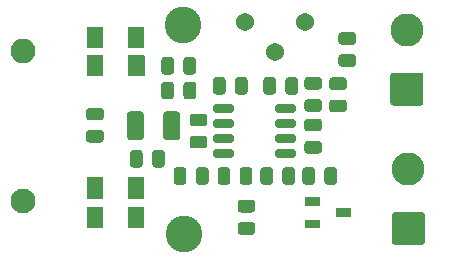
<source format=gbr>
%TF.GenerationSoftware,KiCad,Pcbnew,5.99.0-unknown-20c1492~102~ubuntu18.04.1*%
%TF.CreationDate,2020-07-21T10:29:21+02:00*%
%TF.ProjectId,detect_current,64657465-6374-45f6-9375-7272656e742e,rev?*%
%TF.SameCoordinates,Original*%
%TF.FileFunction,Soldermask,Top*%
%TF.FilePolarity,Negative*%
%FSLAX46Y46*%
G04 Gerber Fmt 4.6, Leading zero omitted, Abs format (unit mm)*
G04 Created by KiCad (PCBNEW 5.99.0-unknown-20c1492~102~ubuntu18.04.1) date 2020-07-21 10:29:21*
%MOMM*%
%LPD*%
G01*
G04 APERTURE LIST*
%ADD10C,1.540000*%
%ADD11C,3.100000*%
%ADD12O,2.100000X2.100000*%
%ADD13C,2.100000*%
%ADD14C,2.800000*%
G04 APERTURE END LIST*
D10*
%TO.C,RV1*%
X133400800Y-81737200D03*
X135940800Y-84277200D03*
X138480800Y-81737200D03*
%TD*%
%TO.C,R13*%
G36*
G01*
X125558500Y-93826250D02*
X125558500Y-92863750D01*
G75*
G02*
X125827250Y-92595000I268750J0D01*
G01*
X126364750Y-92595000D01*
G75*
G02*
X126633500Y-92863750I0J-268750D01*
G01*
X126633500Y-93826250D01*
G75*
G02*
X126364750Y-94095000I-268750J0D01*
G01*
X125827250Y-94095000D01*
G75*
G02*
X125558500Y-93826250I0J268750D01*
G01*
G37*
G36*
G01*
X123683500Y-93826250D02*
X123683500Y-92863750D01*
G75*
G02*
X123952250Y-92595000I268750J0D01*
G01*
X124489750Y-92595000D01*
G75*
G02*
X124758500Y-92863750I0J-268750D01*
G01*
X124758500Y-93826250D01*
G75*
G02*
X124489750Y-94095000I-268750J0D01*
G01*
X123952250Y-94095000D01*
G75*
G02*
X123683500Y-93826250I0J268750D01*
G01*
G37*
%TD*%
D11*
%TO.C,REF\u002A\u002A*%
X128270000Y-99695000D03*
%TD*%
%TO.C,REF\u002A\u002A*%
X128206500Y-81978500D03*
%TD*%
D12*
%TO.C,CT-ZHT103*%
X114640707Y-84201000D03*
D13*
X114640707Y-96901000D03*
%TD*%
%TO.C,D5*%
G36*
G01*
X121413500Y-84624846D02*
X121413500Y-86317154D01*
G75*
G02*
X121359654Y-86371000I-53846J0D01*
G01*
X120067346Y-86371000D01*
G75*
G02*
X120013500Y-86317154I0J53846D01*
G01*
X120013500Y-84624846D01*
G75*
G02*
X120067346Y-84571000I53846J0D01*
G01*
X121359654Y-84571000D01*
G75*
G02*
X121413500Y-84624846I0J-53846D01*
G01*
G37*
G36*
G01*
X124913500Y-84624846D02*
X124913500Y-86317154D01*
G75*
G02*
X124859654Y-86371000I-53846J0D01*
G01*
X123567346Y-86371000D01*
G75*
G02*
X123513500Y-86317154I0J53846D01*
G01*
X123513500Y-84624846D01*
G75*
G02*
X123567346Y-84571000I53846J0D01*
G01*
X124859654Y-84571000D01*
G75*
G02*
X124913500Y-84624846I0J-53846D01*
G01*
G37*
%TD*%
%TO.C,D4*%
G36*
G01*
X123506000Y-83904154D02*
X123506000Y-82211846D01*
G75*
G02*
X123559846Y-82158000I53846J0D01*
G01*
X124852154Y-82158000D01*
G75*
G02*
X124906000Y-82211846I0J-53846D01*
G01*
X124906000Y-83904154D01*
G75*
G02*
X124852154Y-83958000I-53846J0D01*
G01*
X123559846Y-83958000D01*
G75*
G02*
X123506000Y-83904154I0J53846D01*
G01*
G37*
G36*
G01*
X120006000Y-83904154D02*
X120006000Y-82211846D01*
G75*
G02*
X120059846Y-82158000I53846J0D01*
G01*
X121352154Y-82158000D01*
G75*
G02*
X121406000Y-82211846I0J-53846D01*
G01*
X121406000Y-83904154D01*
G75*
G02*
X121352154Y-83958000I-53846J0D01*
G01*
X120059846Y-83958000D01*
G75*
G02*
X120006000Y-83904154I0J53846D01*
G01*
G37*
%TD*%
%TO.C,D2*%
G36*
G01*
X123506000Y-99144154D02*
X123506000Y-97451846D01*
G75*
G02*
X123559846Y-97398000I53846J0D01*
G01*
X124852154Y-97398000D01*
G75*
G02*
X124906000Y-97451846I0J-53846D01*
G01*
X124906000Y-99144154D01*
G75*
G02*
X124852154Y-99198000I-53846J0D01*
G01*
X123559846Y-99198000D01*
G75*
G02*
X123506000Y-99144154I0J53846D01*
G01*
G37*
G36*
G01*
X120006000Y-99144154D02*
X120006000Y-97451846D01*
G75*
G02*
X120059846Y-97398000I53846J0D01*
G01*
X121352154Y-97398000D01*
G75*
G02*
X121406000Y-97451846I0J-53846D01*
G01*
X121406000Y-99144154D01*
G75*
G02*
X121352154Y-99198000I-53846J0D01*
G01*
X120059846Y-99198000D01*
G75*
G02*
X120006000Y-99144154I0J53846D01*
G01*
G37*
%TD*%
%TO.C,D1*%
G36*
G01*
X121406000Y-94975346D02*
X121406000Y-96667654D01*
G75*
G02*
X121352154Y-96721500I-53846J0D01*
G01*
X120059846Y-96721500D01*
G75*
G02*
X120006000Y-96667654I0J53846D01*
G01*
X120006000Y-94975346D01*
G75*
G02*
X120059846Y-94921500I53846J0D01*
G01*
X121352154Y-94921500D01*
G75*
G02*
X121406000Y-94975346I0J-53846D01*
G01*
G37*
G36*
G01*
X124906000Y-94975346D02*
X124906000Y-96667654D01*
G75*
G02*
X124852154Y-96721500I-53846J0D01*
G01*
X123559846Y-96721500D01*
G75*
G02*
X123506000Y-96667654I0J53846D01*
G01*
X123506000Y-94975346D01*
G75*
G02*
X123559846Y-94921500I53846J0D01*
G01*
X124852154Y-94921500D01*
G75*
G02*
X124906000Y-94975346I0J-53846D01*
G01*
G37*
%TD*%
%TO.C,C1*%
G36*
G01*
X126505000Y-91507134D02*
X126505000Y-89594866D01*
G75*
G02*
X126773866Y-89326000I268866J0D01*
G01*
X127661134Y-89326000D01*
G75*
G02*
X127930000Y-89594866I0J-268866D01*
G01*
X127930000Y-91507134D01*
G75*
G02*
X127661134Y-91776000I-268866J0D01*
G01*
X126773866Y-91776000D01*
G75*
G02*
X126505000Y-91507134I0J268866D01*
G01*
G37*
G36*
G01*
X123430000Y-91507134D02*
X123430000Y-89594866D01*
G75*
G02*
X123698866Y-89326000I268866J0D01*
G01*
X124586134Y-89326000D01*
G75*
G02*
X124855000Y-89594866I0J-268866D01*
G01*
X124855000Y-91507134D01*
G75*
G02*
X124586134Y-91776000I-268866J0D01*
G01*
X123698866Y-91776000D01*
G75*
G02*
X123430000Y-91507134I0J268866D01*
G01*
G37*
%TD*%
%TO.C,U1*%
G36*
G01*
X132489000Y-92725500D02*
X132489000Y-93075500D01*
G75*
G02*
X132314000Y-93250500I-175000J0D01*
G01*
X130914000Y-93250500D01*
G75*
G02*
X130739000Y-93075500I0J175000D01*
G01*
X130739000Y-92725500D01*
G75*
G02*
X130914000Y-92550500I175000J0D01*
G01*
X132314000Y-92550500D01*
G75*
G02*
X132489000Y-92725500I0J-175000D01*
G01*
G37*
G36*
G01*
X132489000Y-91455500D02*
X132489000Y-91805500D01*
G75*
G02*
X132314000Y-91980500I-175000J0D01*
G01*
X130914000Y-91980500D01*
G75*
G02*
X130739000Y-91805500I0J175000D01*
G01*
X130739000Y-91455500D01*
G75*
G02*
X130914000Y-91280500I175000J0D01*
G01*
X132314000Y-91280500D01*
G75*
G02*
X132489000Y-91455500I0J-175000D01*
G01*
G37*
G36*
G01*
X132489000Y-90185500D02*
X132489000Y-90535500D01*
G75*
G02*
X132314000Y-90710500I-175000J0D01*
G01*
X130914000Y-90710500D01*
G75*
G02*
X130739000Y-90535500I0J175000D01*
G01*
X130739000Y-90185500D01*
G75*
G02*
X130914000Y-90010500I175000J0D01*
G01*
X132314000Y-90010500D01*
G75*
G02*
X132489000Y-90185500I0J-175000D01*
G01*
G37*
G36*
G01*
X132489000Y-88915500D02*
X132489000Y-89265500D01*
G75*
G02*
X132314000Y-89440500I-175000J0D01*
G01*
X130914000Y-89440500D01*
G75*
G02*
X130739000Y-89265500I0J175000D01*
G01*
X130739000Y-88915500D01*
G75*
G02*
X130914000Y-88740500I175000J0D01*
G01*
X132314000Y-88740500D01*
G75*
G02*
X132489000Y-88915500I0J-175000D01*
G01*
G37*
G36*
G01*
X137739000Y-88915500D02*
X137739000Y-89265500D01*
G75*
G02*
X137564000Y-89440500I-175000J0D01*
G01*
X136164000Y-89440500D01*
G75*
G02*
X135989000Y-89265500I0J175000D01*
G01*
X135989000Y-88915500D01*
G75*
G02*
X136164000Y-88740500I175000J0D01*
G01*
X137564000Y-88740500D01*
G75*
G02*
X137739000Y-88915500I0J-175000D01*
G01*
G37*
G36*
G01*
X137739000Y-90185500D02*
X137739000Y-90535500D01*
G75*
G02*
X137564000Y-90710500I-175000J0D01*
G01*
X136164000Y-90710500D01*
G75*
G02*
X135989000Y-90535500I0J175000D01*
G01*
X135989000Y-90185500D01*
G75*
G02*
X136164000Y-90010500I175000J0D01*
G01*
X137564000Y-90010500D01*
G75*
G02*
X137739000Y-90185500I0J-175000D01*
G01*
G37*
G36*
G01*
X137739000Y-91455500D02*
X137739000Y-91805500D01*
G75*
G02*
X137564000Y-91980500I-175000J0D01*
G01*
X136164000Y-91980500D01*
G75*
G02*
X135989000Y-91805500I0J175000D01*
G01*
X135989000Y-91455500D01*
G75*
G02*
X136164000Y-91280500I175000J0D01*
G01*
X137564000Y-91280500D01*
G75*
G02*
X137739000Y-91455500I0J-175000D01*
G01*
G37*
G36*
G01*
X137739000Y-92725500D02*
X137739000Y-93075500D01*
G75*
G02*
X137564000Y-93250500I-175000J0D01*
G01*
X136164000Y-93250500D01*
G75*
G02*
X135989000Y-93075500I0J175000D01*
G01*
X135989000Y-92725500D01*
G75*
G02*
X136164000Y-92550500I175000J0D01*
G01*
X137564000Y-92550500D01*
G75*
G02*
X137739000Y-92725500I0J-175000D01*
G01*
G37*
%TD*%
%TO.C,R8*%
G36*
G01*
X135792500Y-94324250D02*
X135792500Y-95286750D01*
G75*
G02*
X135523750Y-95555500I-268750J0D01*
G01*
X134986250Y-95555500D01*
G75*
G02*
X134717500Y-95286750I0J268750D01*
G01*
X134717500Y-94324250D01*
G75*
G02*
X134986250Y-94055500I268750J0D01*
G01*
X135523750Y-94055500D01*
G75*
G02*
X135792500Y-94324250I0J-268750D01*
G01*
G37*
G36*
G01*
X137667500Y-94324250D02*
X137667500Y-95286750D01*
G75*
G02*
X137398750Y-95555500I-268750J0D01*
G01*
X136861250Y-95555500D01*
G75*
G02*
X136592500Y-95286750I0J268750D01*
G01*
X136592500Y-94324250D01*
G75*
G02*
X136861250Y-94055500I268750J0D01*
G01*
X137398750Y-94055500D01*
G75*
G02*
X137667500Y-94324250I0J-268750D01*
G01*
G37*
%TD*%
%TO.C,R10*%
G36*
G01*
X140148500Y-95286750D02*
X140148500Y-94324250D01*
G75*
G02*
X140417250Y-94055500I268750J0D01*
G01*
X140954750Y-94055500D01*
G75*
G02*
X141223500Y-94324250I0J-268750D01*
G01*
X141223500Y-95286750D01*
G75*
G02*
X140954750Y-95555500I-268750J0D01*
G01*
X140417250Y-95555500D01*
G75*
G02*
X140148500Y-95286750I0J268750D01*
G01*
G37*
G36*
G01*
X138273500Y-95286750D02*
X138273500Y-94324250D01*
G75*
G02*
X138542250Y-94055500I268750J0D01*
G01*
X139079750Y-94055500D01*
G75*
G02*
X139348500Y-94324250I0J-268750D01*
G01*
X139348500Y-95286750D01*
G75*
G02*
X139079750Y-95555500I-268750J0D01*
G01*
X138542250Y-95555500D01*
G75*
G02*
X138273500Y-95286750I0J268750D01*
G01*
G37*
%TD*%
%TO.C,R9*%
G36*
G01*
X139673250Y-91025000D02*
X138710750Y-91025000D01*
G75*
G02*
X138442000Y-90756250I0J268750D01*
G01*
X138442000Y-90218750D01*
G75*
G02*
X138710750Y-89950000I268750J0D01*
G01*
X139673250Y-89950000D01*
G75*
G02*
X139942000Y-90218750I0J-268750D01*
G01*
X139942000Y-90756250D01*
G75*
G02*
X139673250Y-91025000I-268750J0D01*
G01*
G37*
G36*
G01*
X139673250Y-92900000D02*
X138710750Y-92900000D01*
G75*
G02*
X138442000Y-92631250I0J268750D01*
G01*
X138442000Y-92093750D01*
G75*
G02*
X138710750Y-91825000I268750J0D01*
G01*
X139673250Y-91825000D01*
G75*
G02*
X139942000Y-92093750I0J-268750D01*
G01*
X139942000Y-92631250D01*
G75*
G02*
X139673250Y-92900000I-268750J0D01*
G01*
G37*
%TD*%
%TO.C,R6*%
G36*
G01*
X132581600Y-87654050D02*
X132581600Y-86691550D01*
G75*
G02*
X132850350Y-86422800I268750J0D01*
G01*
X133387850Y-86422800D01*
G75*
G02*
X133656600Y-86691550I0J-268750D01*
G01*
X133656600Y-87654050D01*
G75*
G02*
X133387850Y-87922800I-268750J0D01*
G01*
X132850350Y-87922800D01*
G75*
G02*
X132581600Y-87654050I0J268750D01*
G01*
G37*
G36*
G01*
X130706600Y-87654050D02*
X130706600Y-86691550D01*
G75*
G02*
X130975350Y-86422800I268750J0D01*
G01*
X131512850Y-86422800D01*
G75*
G02*
X131781600Y-86691550I0J-268750D01*
G01*
X131781600Y-87654050D01*
G75*
G02*
X131512850Y-87922800I-268750J0D01*
G01*
X130975350Y-87922800D01*
G75*
G02*
X130706600Y-87654050I0J268750D01*
G01*
G37*
%TD*%
%TO.C,R3*%
G36*
G01*
X141768750Y-87532500D02*
X140806250Y-87532500D01*
G75*
G02*
X140537500Y-87263750I0J268750D01*
G01*
X140537500Y-86726250D01*
G75*
G02*
X140806250Y-86457500I268750J0D01*
G01*
X141768750Y-86457500D01*
G75*
G02*
X142037500Y-86726250I0J-268750D01*
G01*
X142037500Y-87263750D01*
G75*
G02*
X141768750Y-87532500I-268750J0D01*
G01*
G37*
G36*
G01*
X141768750Y-89407500D02*
X140806250Y-89407500D01*
G75*
G02*
X140537500Y-89138750I0J268750D01*
G01*
X140537500Y-88601250D01*
G75*
G02*
X140806250Y-88332500I268750J0D01*
G01*
X141768750Y-88332500D01*
G75*
G02*
X142037500Y-88601250I0J-268750D01*
G01*
X142037500Y-89138750D01*
G75*
G02*
X141768750Y-89407500I-268750J0D01*
G01*
G37*
%TD*%
%TO.C,R5*%
G36*
G01*
X128210500Y-88047750D02*
X128210500Y-87085250D01*
G75*
G02*
X128479250Y-86816500I268750J0D01*
G01*
X129016750Y-86816500D01*
G75*
G02*
X129285500Y-87085250I0J-268750D01*
G01*
X129285500Y-88047750D01*
G75*
G02*
X129016750Y-88316500I-268750J0D01*
G01*
X128479250Y-88316500D01*
G75*
G02*
X128210500Y-88047750I0J268750D01*
G01*
G37*
G36*
G01*
X126335500Y-88047750D02*
X126335500Y-87085250D01*
G75*
G02*
X126604250Y-86816500I268750J0D01*
G01*
X127141750Y-86816500D01*
G75*
G02*
X127410500Y-87085250I0J-268750D01*
G01*
X127410500Y-88047750D01*
G75*
G02*
X127141750Y-88316500I-268750J0D01*
G01*
X126604250Y-88316500D01*
G75*
G02*
X126335500Y-88047750I0J268750D01*
G01*
G37*
%TD*%
%TO.C,R12*%
G36*
G01*
X120232250Y-90902500D02*
X121194750Y-90902500D01*
G75*
G02*
X121463500Y-91171250I0J-268750D01*
G01*
X121463500Y-91708750D01*
G75*
G02*
X121194750Y-91977500I-268750J0D01*
G01*
X120232250Y-91977500D01*
G75*
G02*
X119963500Y-91708750I0J268750D01*
G01*
X119963500Y-91171250D01*
G75*
G02*
X120232250Y-90902500I268750J0D01*
G01*
G37*
G36*
G01*
X120232250Y-89027500D02*
X121194750Y-89027500D01*
G75*
G02*
X121463500Y-89296250I0J-268750D01*
G01*
X121463500Y-89833750D01*
G75*
G02*
X121194750Y-90102500I-268750J0D01*
G01*
X120232250Y-90102500D01*
G75*
G02*
X119963500Y-89833750I0J268750D01*
G01*
X119963500Y-89296250D01*
G75*
G02*
X120232250Y-89027500I268750J0D01*
G01*
G37*
%TD*%
%TO.C,R7*%
G36*
G01*
X128995250Y-91395500D02*
X129957750Y-91395500D01*
G75*
G02*
X130226500Y-91664250I0J-268750D01*
G01*
X130226500Y-92201750D01*
G75*
G02*
X129957750Y-92470500I-268750J0D01*
G01*
X128995250Y-92470500D01*
G75*
G02*
X128726500Y-92201750I0J268750D01*
G01*
X128726500Y-91664250D01*
G75*
G02*
X128995250Y-91395500I268750J0D01*
G01*
G37*
G36*
G01*
X128995250Y-89520500D02*
X129957750Y-89520500D01*
G75*
G02*
X130226500Y-89789250I0J-268750D01*
G01*
X130226500Y-90326750D01*
G75*
G02*
X129957750Y-90595500I-268750J0D01*
G01*
X128995250Y-90595500D01*
G75*
G02*
X128726500Y-90326750I0J268750D01*
G01*
X128726500Y-89789250D01*
G75*
G02*
X128995250Y-89520500I268750J0D01*
G01*
G37*
%TD*%
%TO.C,R11*%
G36*
G01*
X132973000Y-95286750D02*
X132973000Y-94324250D01*
G75*
G02*
X133241750Y-94055500I268750J0D01*
G01*
X133779250Y-94055500D01*
G75*
G02*
X134048000Y-94324250I0J-268750D01*
G01*
X134048000Y-95286750D01*
G75*
G02*
X133779250Y-95555500I-268750J0D01*
G01*
X133241750Y-95555500D01*
G75*
G02*
X132973000Y-95286750I0J268750D01*
G01*
G37*
G36*
G01*
X131098000Y-95286750D02*
X131098000Y-94324250D01*
G75*
G02*
X131366750Y-94055500I268750J0D01*
G01*
X131904250Y-94055500D01*
G75*
G02*
X132173000Y-94324250I0J-268750D01*
G01*
X132173000Y-95286750D01*
G75*
G02*
X131904250Y-95555500I-268750J0D01*
G01*
X131366750Y-95555500D01*
G75*
G02*
X131098000Y-95286750I0J268750D01*
G01*
G37*
%TD*%
%TO.C,R2*%
G36*
G01*
X141606350Y-84489000D02*
X142568850Y-84489000D01*
G75*
G02*
X142837600Y-84757750I0J-268750D01*
G01*
X142837600Y-85295250D01*
G75*
G02*
X142568850Y-85564000I-268750J0D01*
G01*
X141606350Y-85564000D01*
G75*
G02*
X141337600Y-85295250I0J268750D01*
G01*
X141337600Y-84757750D01*
G75*
G02*
X141606350Y-84489000I268750J0D01*
G01*
G37*
G36*
G01*
X141606350Y-82614000D02*
X142568850Y-82614000D01*
G75*
G02*
X142837600Y-82882750I0J-268750D01*
G01*
X142837600Y-83420250D01*
G75*
G02*
X142568850Y-83689000I-268750J0D01*
G01*
X141606350Y-83689000D01*
G75*
G02*
X141337600Y-83420250I0J268750D01*
G01*
X141337600Y-82882750D01*
G75*
G02*
X141606350Y-82614000I268750J0D01*
G01*
G37*
%TD*%
%TO.C,R4*%
G36*
G01*
X136048800Y-86691550D02*
X136048800Y-87654050D01*
G75*
G02*
X135780050Y-87922800I-268750J0D01*
G01*
X135242550Y-87922800D01*
G75*
G02*
X134973800Y-87654050I0J268750D01*
G01*
X134973800Y-86691550D01*
G75*
G02*
X135242550Y-86422800I268750J0D01*
G01*
X135780050Y-86422800D01*
G75*
G02*
X136048800Y-86691550I0J-268750D01*
G01*
G37*
G36*
G01*
X137923800Y-86691550D02*
X137923800Y-87654050D01*
G75*
G02*
X137655050Y-87922800I-268750J0D01*
G01*
X137117550Y-87922800D01*
G75*
G02*
X136848800Y-87654050I0J268750D01*
G01*
X136848800Y-86691550D01*
G75*
G02*
X137117550Y-86422800I268750J0D01*
G01*
X137655050Y-86422800D01*
G75*
G02*
X137923800Y-86691550I0J-268750D01*
G01*
G37*
%TD*%
%TO.C,R1*%
G36*
G01*
X127410500Y-84989750D02*
X127410500Y-85952250D01*
G75*
G02*
X127141750Y-86221000I-268750J0D01*
G01*
X126604250Y-86221000D01*
G75*
G02*
X126335500Y-85952250I0J268750D01*
G01*
X126335500Y-84989750D01*
G75*
G02*
X126604250Y-84721000I268750J0D01*
G01*
X127141750Y-84721000D01*
G75*
G02*
X127410500Y-84989750I0J-268750D01*
G01*
G37*
G36*
G01*
X129285500Y-84989750D02*
X129285500Y-85952250D01*
G75*
G02*
X129016750Y-86221000I-268750J0D01*
G01*
X128479250Y-86221000D01*
G75*
G02*
X128210500Y-85952250I0J268750D01*
G01*
X128210500Y-84989750D01*
G75*
G02*
X128479250Y-84721000I268750J0D01*
G01*
X129016750Y-84721000D01*
G75*
G02*
X129285500Y-84989750I0J-268750D01*
G01*
G37*
%TD*%
%TO.C,Q1*%
G36*
G01*
X141112000Y-98234308D02*
X141112000Y-97599692D01*
G75*
G02*
X141169692Y-97542000I57692J0D01*
G01*
X142374308Y-97542000D01*
G75*
G02*
X142432000Y-97599692I0J-57692D01*
G01*
X142432000Y-98234308D01*
G75*
G02*
X142374308Y-98292000I-57692J0D01*
G01*
X141169692Y-98292000D01*
G75*
G02*
X141112000Y-98234308I0J57692D01*
G01*
G37*
G36*
G01*
X138492000Y-99184308D02*
X138492000Y-98549692D01*
G75*
G02*
X138549692Y-98492000I57692J0D01*
G01*
X139754308Y-98492000D01*
G75*
G02*
X139812000Y-98549692I0J-57692D01*
G01*
X139812000Y-99184308D01*
G75*
G02*
X139754308Y-99242000I-57692J0D01*
G01*
X138549692Y-99242000D01*
G75*
G02*
X138492000Y-99184308I0J57692D01*
G01*
G37*
G36*
G01*
X138492000Y-97284308D02*
X138492000Y-96649692D01*
G75*
G02*
X138549692Y-96592000I57692J0D01*
G01*
X139754308Y-96592000D01*
G75*
G02*
X139812000Y-96649692I0J-57692D01*
G01*
X139812000Y-97284308D01*
G75*
G02*
X139754308Y-97342000I-57692J0D01*
G01*
X138549692Y-97342000D01*
G75*
G02*
X138492000Y-97284308I0J57692D01*
G01*
G37*
%TD*%
D14*
%TO.C,J2*%
X147256500Y-94250500D03*
G36*
G01*
X148396100Y-100650500D02*
X146116900Y-100650500D01*
G75*
G02*
X145856500Y-100390100I0J260400D01*
G01*
X145856500Y-98110900D01*
G75*
G02*
X146116900Y-97850500I260400J0D01*
G01*
X148396100Y-97850500D01*
G75*
G02*
X148656500Y-98110900I0J-260400D01*
G01*
X148656500Y-100390100D01*
G75*
G02*
X148396100Y-100650500I-260400J0D01*
G01*
G37*
%TD*%
%TO.C,J1*%
X147129500Y-82439500D03*
G36*
G01*
X148269100Y-88839500D02*
X145989900Y-88839500D01*
G75*
G02*
X145729500Y-88579100I0J260400D01*
G01*
X145729500Y-86299900D01*
G75*
G02*
X145989900Y-86039500I260400J0D01*
G01*
X148269100Y-86039500D01*
G75*
G02*
X148529500Y-86299900I0J-260400D01*
G01*
X148529500Y-88579100D01*
G75*
G02*
X148269100Y-88839500I-260400J0D01*
G01*
G37*
%TD*%
%TO.C,D3*%
G36*
G01*
X134021750Y-97898000D02*
X133059250Y-97898000D01*
G75*
G02*
X132790500Y-97629250I0J268750D01*
G01*
X132790500Y-97091750D01*
G75*
G02*
X133059250Y-96823000I268750J0D01*
G01*
X134021750Y-96823000D01*
G75*
G02*
X134290500Y-97091750I0J-268750D01*
G01*
X134290500Y-97629250D01*
G75*
G02*
X134021750Y-97898000I-268750J0D01*
G01*
G37*
G36*
G01*
X134021750Y-99773000D02*
X133059250Y-99773000D01*
G75*
G02*
X132790500Y-99504250I0J268750D01*
G01*
X132790500Y-98966750D01*
G75*
G02*
X133059250Y-98698000I268750J0D01*
G01*
X134021750Y-98698000D01*
G75*
G02*
X134290500Y-98966750I0J-268750D01*
G01*
X134290500Y-99504250D01*
G75*
G02*
X134021750Y-99773000I-268750J0D01*
G01*
G37*
%TD*%
%TO.C,C2*%
G36*
G01*
X129256500Y-95286750D02*
X129256500Y-94324250D01*
G75*
G02*
X129525250Y-94055500I268750J0D01*
G01*
X130062750Y-94055500D01*
G75*
G02*
X130331500Y-94324250I0J-268750D01*
G01*
X130331500Y-95286750D01*
G75*
G02*
X130062750Y-95555500I-268750J0D01*
G01*
X129525250Y-95555500D01*
G75*
G02*
X129256500Y-95286750I0J268750D01*
G01*
G37*
G36*
G01*
X127381500Y-95286750D02*
X127381500Y-94324250D01*
G75*
G02*
X127650250Y-94055500I268750J0D01*
G01*
X128187750Y-94055500D01*
G75*
G02*
X128456500Y-94324250I0J-268750D01*
G01*
X128456500Y-95286750D01*
G75*
G02*
X128187750Y-95555500I-268750J0D01*
G01*
X127650250Y-95555500D01*
G75*
G02*
X127381500Y-95286750I0J268750D01*
G01*
G37*
%TD*%
%TO.C,C3*%
G36*
G01*
X138710750Y-88299000D02*
X139673250Y-88299000D01*
G75*
G02*
X139942000Y-88567750I0J-268750D01*
G01*
X139942000Y-89105250D01*
G75*
G02*
X139673250Y-89374000I-268750J0D01*
G01*
X138710750Y-89374000D01*
G75*
G02*
X138442000Y-89105250I0J268750D01*
G01*
X138442000Y-88567750D01*
G75*
G02*
X138710750Y-88299000I268750J0D01*
G01*
G37*
G36*
G01*
X138710750Y-86424000D02*
X139673250Y-86424000D01*
G75*
G02*
X139942000Y-86692750I0J-268750D01*
G01*
X139942000Y-87230250D01*
G75*
G02*
X139673250Y-87499000I-268750J0D01*
G01*
X138710750Y-87499000D01*
G75*
G02*
X138442000Y-87230250I0J268750D01*
G01*
X138442000Y-86692750D01*
G75*
G02*
X138710750Y-86424000I268750J0D01*
G01*
G37*
%TD*%
M02*

</source>
